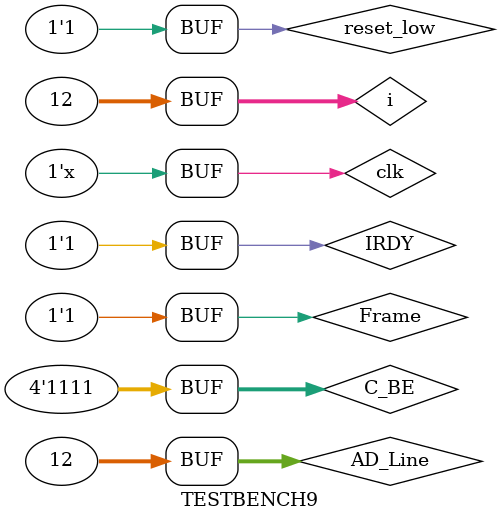
<source format=v>
module TESTBENCH();
reg clk;
reg reset_low ;
reg Frame;
wire[31:0] AD_Line ;
reg [3:0] C_BE;
reg IRDY ;
reg [31:0] i ;
assign AD_Line = i;

initial
begin
clk  = 1 ;
Frame = 1 ; 
IRDY = 1 ;
reset_low<=0; 

i= 32'hzzzzzzzz;
C_BE = 4'bzzzz ;


/// scenario 1 (check address)
#5
reset_low<=1;
Frame = 0 ;
IRDY = 1 ;
i= 4 ;
C_BE = 4'b0111; // write
#10
i= 4;
IRDY = 0 ;
C_BE =4'b1111  ; 
#10
i= 4;
C_BE =4'b1111  ;
Frame = 1;
#10
IRDY = 1 ;



end

PCI_target device1(clk, reset_low, Frame, AD_Line, C_BE, IRDY, TRDY, Dev_Sel,s);
always
begin
#5 clk =(~clk );
end
endmodule

///////////////////////////////////////////////////////////////////////
module TESTBENCH2();
reg clk;
reg reset_low ;
reg Frame;
wire[31:0] AD_Line ;
reg [3:0] C_BE;
reg IRDY ;
reg [31:0] i ;
assign AD_Line = i;

initial
begin
clk  = 1 ;
Frame = 1 ; 
IRDY = 1 ;
reset_low<=0; 

i= 32'hzzzzzzzz;
C_BE = 4'bzzzz ;

  
/// scenario 2 (reset for initialization)

#5
reset_low<=1;
i= 0 ;   //address al device
Frame=0;
C_BE = 4'b0110 ; // read
#10 //turnaround
i= 32'hz;
IRDY = 0 ;
C_BE = 4'b1111 ;
#10
C_BE = 4'b1111 ;
#10
C_BE = 4'b1111 ;
#10
C_BE = 4'b1111 ;
#10
C_BE = 4'b1111 ;
#10
C_BE = 4'b1111 ;
Frame=1;
#10
IRDY=1;

end

PCI_target device1(clk, reset_low, Frame, AD_Line, C_BE, IRDY, TRDY, Dev_Sel,s);
always
begin
#5 clk =(~clk );
end
endmodule
///////////////////////////////////////////////////
module TESTBENCH3();
reg clk;
reg reset_low ;
reg Frame;
wire[31:0] AD_Line ;
reg [3:0] C_BE;
reg IRDY ;
reg [31:0] i ;
assign AD_Line = i;

initial
begin
clk  = 1 ;
Frame = 1 ; 
IRDY = 1 ;
reset_low<=0; 

i= 32'hzzzzzzzz;
C_BE = 4'bzzzz ;

/// scenario 3   (initialization ,write , read)

#5
reset_low<=1;
Frame = 0 ;
IRDY = 1 ;
i= 0 ;
C_BE = 4'b0111; // write
#10
i= 2;
IRDY = 0 ;
C_BE =4'b1111  ; 
#20
i= 4;
C_BE =4'b1111  ;
#10
i<= 8;  //data3  
C_BE <=4'b1111  ;
#10
i= 16;  //data4  
C_BE =4'b1111  ;
Frame<=1;
C_BE <=4'b1111  ;
#10
IRDY<=1;
///////////
#10
i= 0 ;   //address al device
Frame=0;
C_BE = 4'b0110 ; // read
#10 //turnaround
i= 32'hz;
IRDY = 0 ;
C_BE = 4'b1111 ;
////////////
#10
C_BE = 4'b1111 ;
#10
C_BE = 4'b1111 ;
#10
C_BE = 4'b1111 ;
#10
C_BE = 4'b1111 ;
Frame=1;
#10
IRDY=1;

end

PCI_target device1(clk, reset_low, Frame, AD_Line, C_BE, IRDY, TRDY, Dev_Sel,s);
always
begin
#5 clk =(~clk );
end
endmodule
/////////////////////////////////////////////////////
module TESTBENCH4();
reg clk;
reg reset_low ;
reg Frame;
wire[31:0] AD_Line ;
reg [3:0] C_BE;
reg IRDY ;
reg [31:0] i ;
assign AD_Line = i;

initial
begin
clk  = 1 ;
Frame = 1 ; 
IRDY = 1 ;
reset_low<=0; 

i= 32'hzzzzzzzz;
C_BE = 4'bzzzz ;

/// scenario 4  (write and changing byte enable)

#5
reset_low<=1;
Frame = 0;
IRDY = 1;
i= 0;
C_BE = 4'b0111; // write
#10
i= 32'hffffffff; //data1
IRDY = 0;
C_BE =4'b1110;
#20
i= 32'hffffffff; //data2
C_BE =4'b1101;
#10
i= 32'hffffffff; //data3  
C_BE <=4'b1011;
#10
i= 32'hffffffff; //data4
Frame<=1;
C_BE <=4'b0111;
#10
IRDY<=1;

end

PCI_target device1(clk, reset_low, Frame, AD_Line, C_BE, IRDY, TRDY, Dev_Sel,s);
always
begin
#5 clk =(~clk );
end
endmodule
//////////////////////////////////////////
module TESTBENCH5();
reg clk;
reg reset_low ;
reg Frame;
wire[31:0] AD_Line ;
reg [3:0] C_BE;
reg IRDY ;
reg [31:0] i ;
assign AD_Line = i;

initial
begin
clk  = 1 ;
Frame = 1 ; 
IRDY = 1 ;
reset_low<=0; 

i= 32'hzzzzzzzz;
C_BE = 4'bzzzz ;

/// scenario 5  (read and change IRDY)
#5
reset_low<=1;
Frame = 0 ;
IRDY = 1 ;
i= 0 ;
C_BE = 4'b0111; // write
#10
i= 2; //data1
IRDY = 0 ;
C_BE =4'b1111  ;
#20
i= 4;  //data2
C_BE =4'b1111  ;
#10
i<= 8;  //data3  
C_BE <=4'b1111  ;
#10
i= 16;  //data4   
Frame<=1;
C_BE <=4'b1111  ;
#10
IRDY<=1;
#20
i= 0;    //address al device
Frame=0;
C_BE = 4'b0110; // read
#10 //turnaround
i= 32'hz;
IRDY = 0;
C_BE = 4'b1111;
#10
C_BE = 4'b1111;
#10
IRDY=1;
#10
IRDY=0;
#10
C_BE = 4'b1111;
#10
C_BE = 4'b1111;
Frame=1;
#10
IRDY=1;

end

PCI_target device1(clk, reset_low, Frame, AD_Line, C_BE, IRDY, TRDY, Dev_Sel,s);
always
begin
#5 clk =(~clk );
end
endmodule
/////////////////////////////////////////////
module TESTBENCH6();
reg clk;
reg reset_low ;
reg Frame;
wire[31:0] AD_Line ;
reg [3:0] C_BE;
reg IRDY ;
reg [31:0] i ;
assign AD_Line = i;

initial
begin
clk  = 1 ;
Frame = 1 ; 
IRDY = 1 ;
reset_low<=0; 

i= 32'hzzzzzzzz;
C_BE = 4'bzzzz ;

/// scenario 6 (write and change TRDY)+ apply C_BE 
#5
reset_low<=1;
Frame = 0 ;
IRDY = 1 ;
 i= 0 ;
C_BE = 4'b0111; // write
#10 
 i= 1; /// data1
IRDY = 0 ;
C_BE =4'b1111  ;   
#20
i= 2; /// data2
C_BE =4'b1110  ;
#10
i<= 3;  //data3  
C_BE <=4'b1111  ;
#10
i= 4;  //data4  
C_BE =4'b1111  ;
#10
i= 5;  //data5  
C_BE =4'b1111  ;
#20
i= 6;  //data6  
C_BE =4'b1110  ;
#10
Frame<=1;
i<=7;  //data7
C_BE <=4'b1111  ;
#10
IRDY<=1;

end

PCI_target device1(clk, reset_low, Frame, AD_Line, C_BE, IRDY, TRDY, Dev_Sel,s);
always
begin
#5 clk =(~clk );
end
endmodule
////////////////////////////////////////////
module TESTBENCH7();
reg clk;
reg reset_low ;
reg Frame;
wire[31:0] AD_Line ;
reg [3:0] C_BE;
reg IRDY ;
reg [31:0] i ;
assign AD_Line = i;

initial
begin
clk  = 1 ;
Frame = 1 ; 
IRDY = 1 ;
reset_low<=0; 

i= 32'hzzzzzzzz;
C_BE = 4'bzzzz ;

/// scenario 7 (write, read, and change TRDY)
#5
reset_low<=1;
Frame = 0 ;
IRDY = 1 ;
 i= 0 ;
C_BE = 4'b0111; // write
#10
 i= 2; //data1
IRDY = 0 ;
C_BE =4'b1111  ;
#20
i= 4;  //data2
C_BE =4'b1111  ;
#10
i<= 8;  //data3  
C_BE <=4'b1111  ;
#10
i= 16;  //data4  
C_BE =4'b1111  ;
#10
i= 32;  //data5  
C_BE =4'b1111  ;
#20
i= 64;  //data6  
Frame<=1;
C_BE <=4'b1111  ;
#10
IRDY<=1;
#20
i= 0 ;   //address al device
Frame=0;
C_BE = 4'b0110 ; // read
#10 //turnaround
i= 32'hz;
IRDY = 0 ;
C_BE = 4'b1111 ;
#10
C_BE = 4'b1111 ;
#10
C_BE = 4'b1111 ;
#10
C_BE = 4'b1111 ;
#10
C_BE = 4'b1111 ;
Frame=1;
#10
IRDY=1;

end
endmodule
///////////////////////////////////////
module TESTBENCH8();
reg clk;
reg reset_low ;
reg Frame;
wire[31:0] AD_Line ;
reg [3:0] C_BE;
reg IRDY ;
reg [31:0] i ;
assign AD_Line = i;

initial
begin
clk  = 1 ;
Frame = 1 ; 
IRDY = 1 ;
reset_low<=0; 

i= 32'hzzzzzzzz;
C_BE = 4'bzzzz ;

/// scenario 8 (write, read, and change IRDY, TRDY)
#5
reset_low<=1;
Frame = 0 ;
IRDY = 1 ;
 i= 0 ;
C_BE = 4'b0111; // write
#10
 i= 1;
IRDY = 0 ;
C_BE =4'b1111  ;   
#20
i= 2;
C_BE =4'b1111  ;
#10

i<= 3;  //data3  
C_BE <=4'b1111  ;
#10
i= 4;  //data4  
C_BE =4'b1111  ;
#10
i= 5;  //data5  
C_BE =4'b1111  ;
#20
i= 6;  //data6  
C_BE =4'b1111  ;
#10
Frame<=1;
i<=7;  //data7
C_BE <=4'b1111  ;
#10
IRDY<=1;
#20
i= 0 ;   //address al device
Frame=0;
C_BE = 4'b0110 ; // read
#10 //turnaround
i= 32'hz;
IRDY = 0 ;
C_BE = 4'b1111 ;
#10
C_BE = 4'b1111 ;
#10
C_BE = 4'b1111 ;
#10
C_BE = 4'b1111 ;
#10
IRDY=1;
#10
IRDY=0;
#10
C_BE = 4'b1111 ;
#10
C_BE = 4'b1111 ;
Frame=1;
#10
IRDY<=1;
end

PCI_target device1(clk, reset_low, Frame, AD_Line, C_BE, IRDY, TRDY, Dev_Sel,s);
always
begin
#5 clk =(~clk );
end
endmodule 
/////////////////////////////////////////////////

module TESTBENCH9();
reg clk;
reg reset_low ;
reg Frame;
wire[31:0] AD_Line ;
reg [3:0] C_BE;
reg IRDY ;
reg [31:0] i ;
assign AD_Line = i;

initial
begin
clk  = 1 ;
Frame = 1 ; 
IRDY = 1 ;
reset_low<=0; 

i= 32'hzzzzzzzz;
C_BE = 4'bzzzz ;

#5
reset_low<=1;
Frame = 0 ;
IRDY = 1 ;
 i= 0 ;
C_BE = 4'b0111; // write
#10
 i= 1;
IRDY = 0 ;
C_BE =4'b1111  ;   
#20
i= 2;
C_BE =4'b1111  ;

#10
i<= 3;  //data3  
C_BE <=4'b1111  ;

#10
i= 4;  //data4  
C_BE =4'b1111  ;
#10
i= 5;  //data5  
C_BE =4'b1111  ;
#20
i= 6;  //data6  
C_BE =4'b1111  ;
#10
i= 7;  //data7  
C_BE =4'b1111  ;
#10 
i= 8;  //data8  
C_BE =4'b1111  ;
#10
i= 9;  //data9  
C_BE =4'b1111  ;
#20
i<=10;  //data10
C_BE <=4'b1111  ;
#10
i= 11;  //data11  
C_BE =4'b1111  ;
//Frame<=1; 
#10
i= 12;  //data12  
C_BE =4'b1111  ;
 
#10
Frame<=1;
#10
IRDY<=1;



end

PCI_target device1(clk, reset_low, Frame, AD_Line, C_BE, IRDY, TRDY, Dev_Sel,s);
always
begin
#5 clk =(~clk );
end
endmodule 
</source>
